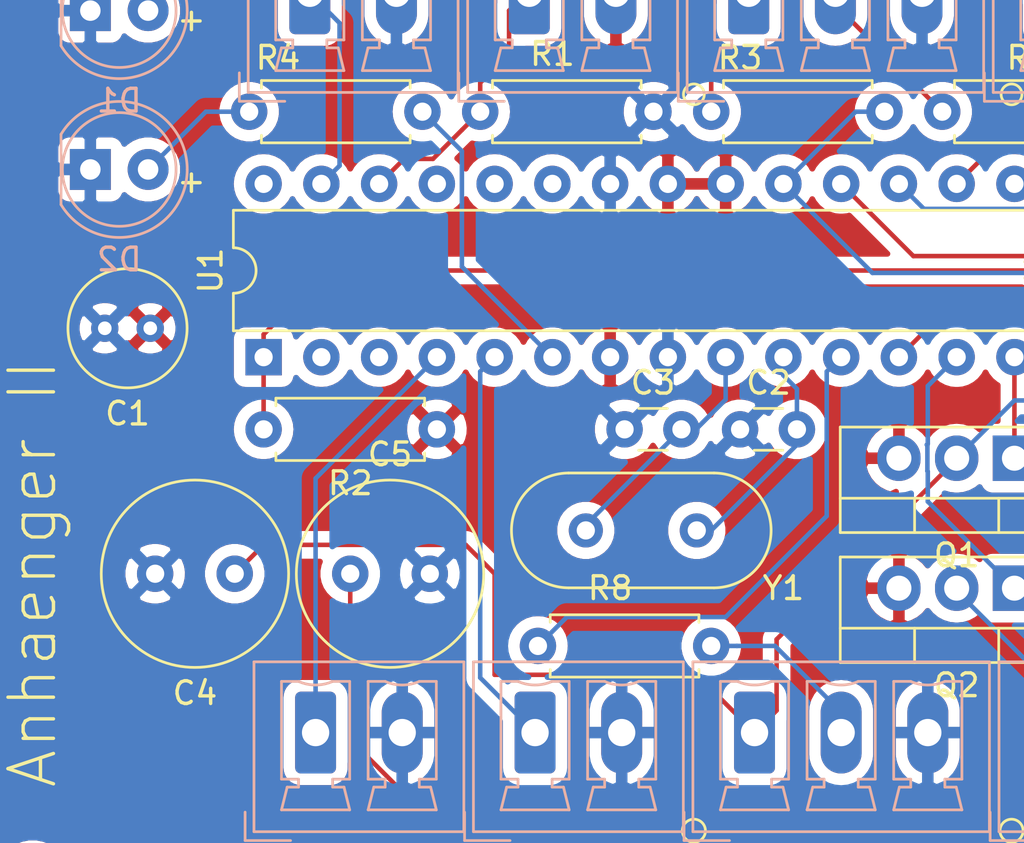
<source format=kicad_pcb>
(kicad_pcb (version 20171130) (host pcbnew "(5.1.4-0-10_14)")
  (title_block (title "Anhaenger II pcb"))
  (layers (0 F.Cu signal hide) (31 B.Cu signal hide) (34 B.Paste user hide) (35 F.Paste user hide) (36 B.SilkS user) (37 F.SilkS user) (38 B.Mask user hide) (39 F.Mask user) (44 Edge.Cuts user hide))
  (net 0 "")
  (net 1 "Net-(C2-Pad2)")
  (net 2 "Net-(C3-Pad2)")
  (net 3 "Net-(D1-Pad2)")
  (net 4 "Net-(D2-Pad2)")
  (net 5 "Net-(J1-Pad5)")
  (net 6 "Net-(J1-Pad4)")
  (net 7 "Net-(J1-Pad3)")
  (net 8 "Net-(J1-Pad1)")
  (net 9 "Net-(J2-Pad1)")
  (net 10 "Net-(J3-Pad1)")
  (net 11 "Net-(J4-Pad1)")
  (net 12 "Net-(J5-Pad1)")
  (net 13 "Net-(J6-Pad2)")
  (net 14 "Net-(J7-Pad2)")
  (net 15 "Net-(J8-Pad2)")
  (net 16 "Net-(Q1-Pad1)")
  (net 17 "Net-(R4-Pad2)")
  (net 18 "Net-(R6-Pad2)")
  (net 19 "Net-(R7-Pad2)")
  (net 20 "Net-(R8-Pad2)")
  (net 21 +5V)
  (net 22 Earth)
  (net 23 "Net-(J9-Pad2)")
  (net 24 "Net-(R9-Pad2)")
  (net 25 /Power)
  (net 26 "Net-(C4-Pad1)")
  (net 27 "Net-(C5-Pad1)")
  (net 28 "Net-(Q2-Pad1)")
  (module Capacitor_THT:C_Radial_D8.0mm_H11.5mm_P3.50mm (layer F.Cu) (at 123.444 133.477)
    (fp_text reference C5 (at 1.75 -5.25) (layer F.SilkS))
    (fp_text value 1000uF)
    (pad 2 thru_hole circle (at 3.5 0) (size 1.6 1.6) (drill 0.8) (layers *.Cu *.Mask) (net 22 Earth))
    (pad 1 thru_hole circle (at 0 0) (size 1.6 1.6) (drill 0.8) (layers *.Cu *.Mask) (net 27 "Net-(C5-Pad1)"))
  )
  (module Capacitor_THT:C_Radial_D8.0mm_H11.5mm_P3.50mm (layer F.Cu) (at 118.364 133.477 180)
    (fp_text reference C4 (at 1.75 -5.25) (layer F.SilkS))
    (fp_text value 1000uF)
    (pad 2 thru_hole circle (at 3.5 0 180) (size 1.6 1.6) (drill 0.8) (layers *.Cu *.Mask) (net 22 Earth))
    (pad 1 thru_hole circle (at 0 0 180) (size 1.6 1.6) (drill 0.8) (layers *.Cu *.Mask) (net 26 "Net-(C4-Pad1)"))
  )
  (module Connector_IDC:IDC-Header_2x03_P2.54mm_Vertical (layer F.Cu) (at 160.274 121.412 90)
    (fp_text reference J1 (at 1.27 -6.604 90) (layer F.SilkS))
    (fp_text value AVR-ISP-6)
    (pad 6 thru_hole oval (at 2.54 5.08 90) (size 1.7272 1.7272) (drill 1.016) (layers *.Cu *.Mask) (net 22 Earth))
    (pad 5 thru_hole oval (at 0 5.08 90) (size 1.7272 1.7272) (drill 1.016) (layers *.Cu *.Mask) (net 5 "Net-(J1-Pad5)"))
    (pad 4 thru_hole oval (at 2.54 2.54 90) (size 1.7272 1.7272) (drill 1.016) (layers *.Cu *.Mask) (net 6 "Net-(J1-Pad4)"))
    (pad 3 thru_hole oval (at 0 2.54 90) (size 1.7272 1.7272) (drill 1.016) (layers *.Cu *.Mask) (net 7 "Net-(J1-Pad3)"))
    (pad 2 thru_hole oval (at 2.54 0 90) (size 1.7272 1.7272) (drill 1.016) (layers *.Cu *.Mask) (net 21 +5V))
    (pad 1 thru_hole rect (at 0 0 90) (size 1.7272 1.7272) (drill 1.016) (layers *.Cu *.Mask) (net 8 "Net-(J1-Pad1)"))
  )
  (module Connector_Phoenix_MC:PhoenixContact_MCV_1,5_2-G-3.81_1x02_P3.81mm_Vertical (layer B.Cu) (at 131.572 140.462)
    (fp_text reference J5 hide)
    (fp_text value "Btn Right" (at 1.905 5.715) (layer F.SilkS))
    (pad 2 thru_hole oval (at 3.81 0) (size 1.8 3.6) (drill 1.2) (layers *.Cu *.Mask) (net 22 Earth))
    (pad 1 thru_hole roundrect (at 0 0) (size 1.8 3.6) (drill 1.2) (layers *.Cu *.Mask) (roundrect_rratio 0.138889) (net 12 "Net-(J5-Pad1)"))
  )
  (module Resistor_THT:R_Axial_DIN0207_L6.3mm_D2.5mm_P7.62mm_Horizontal (layer F.Cu) (at 164.719 132.207 180)
    (fp_text reference R5 (at 3.175 2.54) (layer F.SilkS))
    (fp_text value 10k)
    (pad 2 thru_hole oval (at 7.62 0 180) (size 1.6 1.6) (drill 0.8) (layers *.Cu *.Mask) (net 16 "Net-(Q1-Pad1)"))
    (pad 1 thru_hole circle (at 0 0 180) (size 1.6 1.6) (drill 0.8) (layers *.Cu *.Mask) (net 25 /Power))
  )
  (module Package_DIP:DIP-28_W7.62mm (layer F.Cu) (at 119.634 123.952 90)
    (fp_text reference U1 (at 3.81 -2.33 90) (layer F.SilkS))
    (fp_text value ATmega328P-PU)
    (pad 28 thru_hole oval (at 7.62 0 90) (size 1.6 1.6) (drill 0.8) (layers *.Cu *.Mask))
    (pad 14 thru_hole oval (at 0 33.02 90) (size 1.6 1.6) (drill 0.8) (layers *.Cu *.Mask) (net 16 "Net-(Q1-Pad1)"))
    (pad 27 thru_hole oval (at 7.62 2.54 90) (size 1.6 1.6) (drill 0.8) (layers *.Cu *.Mask) (net 10 "Net-(J3-Pad1)"))
    (pad 13 thru_hole oval (at 0 30.48 90) (size 1.6 1.6) (drill 0.8) (layers *.Cu *.Mask) (net 28 "Net-(Q2-Pad1)"))
    (pad 26 thru_hole oval (at 7.62 5.08 90) (size 1.6 1.6) (drill 0.8) (layers *.Cu *.Mask) (net 9 "Net-(J2-Pad1)"))
    (pad 12 thru_hole oval (at 0 27.94 90) (size 1.6 1.6) (drill 0.8) (layers *.Cu *.Mask) (net 24 "Net-(R9-Pad2)"))
    (pad 25 thru_hole oval (at 7.62 7.62 90) (size 1.6 1.6) (drill 0.8) (layers *.Cu *.Mask))
    (pad 11 thru_hole oval (at 0 25.4 90) (size 1.6 1.6) (drill 0.8) (layers *.Cu *.Mask) (net 20 "Net-(R8-Pad2)"))
    (pad 24 thru_hole oval (at 7.62 10.16 90) (size 1.6 1.6) (drill 0.8) (layers *.Cu *.Mask))
    (pad 10 thru_hole oval (at 0 22.86 90) (size 1.6 1.6) (drill 0.8) (layers *.Cu *.Mask) (net 1 "Net-(C2-Pad2)"))
    (pad 23 thru_hole oval (at 7.62 12.7 90) (size 1.6 1.6) (drill 0.8) (layers *.Cu *.Mask))
    (pad 9 thru_hole oval (at 0 20.32 90) (size 1.6 1.6) (drill 0.8) (layers *.Cu *.Mask) (net 2 "Net-(C3-Pad2)"))
    (pad 22 thru_hole oval (at 7.62 15.24 90) (size 1.6 1.6) (drill 0.8) (layers *.Cu *.Mask) (net 22 Earth))
    (pad 8 thru_hole oval (at 0 17.78 90) (size 1.6 1.6) (drill 0.8) (layers *.Cu *.Mask) (net 22 Earth))
    (pad 21 thru_hole oval (at 7.62 17.78 90) (size 1.6 1.6) (drill 0.8) (layers *.Cu *.Mask) (net 25 /Power))
    (pad 7 thru_hole oval (at 0 15.24 90) (size 1.6 1.6) (drill 0.8) (layers *.Cu *.Mask) (net 25 /Power))
    (pad 20 thru_hole oval (at 7.62 20.32 90) (size 1.6 1.6) (drill 0.8) (layers *.Cu *.Mask) (net 25 /Power))
    (pad 6 thru_hole oval (at 0 12.7 90) (size 1.6 1.6) (drill 0.8) (layers *.Cu *.Mask) (net 17 "Net-(R4-Pad2)"))
    (pad 19 thru_hole oval (at 7.62 22.86 90) (size 1.6 1.6) (drill 0.8) (layers *.Cu *.Mask) (net 7 "Net-(J1-Pad3)"))
    (pad 5 thru_hole oval (at 0 10.16 90) (size 1.6 1.6) (drill 0.8) (layers *.Cu *.Mask) (net 12 "Net-(J5-Pad1)"))
    (pad 18 thru_hole oval (at 7.62 25.4 90) (size 1.6 1.6) (drill 0.8) (layers *.Cu *.Mask) (net 8 "Net-(J1-Pad1)"))
    (pad 4 thru_hole oval (at 0 7.62 90) (size 1.6 1.6) (drill 0.8) (layers *.Cu *.Mask) (net 11 "Net-(J4-Pad1)"))
    (pad 17 thru_hole oval (at 7.62 27.94 90) (size 1.6 1.6) (drill 0.8) (layers *.Cu *.Mask) (net 6 "Net-(J1-Pad4)"))
    (pad 3 thru_hole oval (at 0 5.08 90) (size 1.6 1.6) (drill 0.8) (layers *.Cu *.Mask))
    (pad 16 thru_hole oval (at 7.62 30.48 90) (size 1.6 1.6) (drill 0.8) (layers *.Cu *.Mask) (net 18 "Net-(R6-Pad2)"))
    (pad 2 thru_hole oval (at 0 2.54 90) (size 1.6 1.6) (drill 0.8) (layers *.Cu *.Mask))
    (pad 15 thru_hole oval (at 7.62 33.02 90) (size 1.6 1.6) (drill 0.8) (layers *.Cu *.Mask) (net 19 "Net-(R7-Pad2)"))
    (pad 1 thru_hole rect (at 0 0 90) (size 1.6 1.6) (drill 0.8) (layers *.Cu *.Mask) (net 5 "Net-(J1-Pad5)"))
  )
  (module Connector_Phoenix_MC:PhoenixContact_MCV_1,5_3-G-3.81_1x03_P3.81mm_Vertical (layer B.Cu) (at 141.224 140.462)
    (fp_text reference J7 hide)
    (fp_text value "Strip Left" (at 2.54 5.715) (layer F.SilkS))
    (pad 3 thru_hole oval (at 7.62 0) (size 1.8 3.6) (drill 1.2) (layers *.Cu *.Mask) (net 22 Earth))
    (pad 2 thru_hole oval (at 3.81 0) (size 1.8 3.6) (drill 1.2) (layers *.Cu *.Mask) (net 14 "Net-(J7-Pad2)"))
    (pad 1 thru_hole roundrect (at 0 0) (size 1.8 3.6) (drill 1.2) (layers *.Cu *.Mask) (roundrect_rratio 0.138889) (net 26 "Net-(C4-Pad1)"))
  )
  (module Resistor_THT:R_Axial_DIN0207_L6.3mm_D2.5mm_P7.62mm_Horizontal (layer F.Cu) (at 164.719 135.382 180)
    (fp_text reference R10 (at 3.81 -2.37) (layer F.SilkS))
    (fp_text value 10k)
    (pad 2 thru_hole oval (at 7.62 0 180) (size 1.6 1.6) (drill 0.8) (layers *.Cu *.Mask) (net 28 "Net-(Q2-Pad1)"))
    (pad 1 thru_hole circle (at 0 0 180) (size 1.6 1.6) (drill 0.8) (layers *.Cu *.Mask) (net 25 /Power))
  )
  (module Resistor_THT:R_Axial_DIN0207_L6.3mm_D2.5mm_P7.62mm_Horizontal (layer F.Cu) (at 139.319 136.652 180)
    (fp_text reference R8 (at 4.445 2.54) (layer F.SilkS))
    (fp_text value 470)
    (pad 2 thru_hole oval (at 7.62 0 180) (size 1.6 1.6) (drill 0.8) (layers *.Cu *.Mask) (net 20 "Net-(R8-Pad2)"))
    (pad 1 thru_hole circle (at 0 0 180) (size 1.6 1.6) (drill 0.8) (layers *.Cu *.Mask) (net 14 "Net-(J7-Pad2)"))
  )
  (module Capacitor_THT:C_Radial_D5.0mm_H7.0mm_P2.00mm (layer F.Cu) (at 114.649 122.682 180)
    (fp_text reference C1 (at 1 -3.75) (layer F.SilkS))
    (fp_text value 10uF)
    (pad 2 thru_hole circle (at 2 0 180) (size 1.2 1.2) (drill 0.6) (layers *.Cu *.Mask) (net 22 Earth))
    (pad 1 thru_hole circle (at 0 0 180) (size 1.2 1.2) (drill 0.6) (layers *.Cu *.Mask) (net 25 /Power))
  )
  (module Package_TO_SOT_THT:TO-220-3_Vertical (layer F.Cu) (at 152.654 134.112 180)
    (fp_text reference Q2 (at 2.54 -4.27) (layer F.SilkS))
    (fp_text value Q_PMOS_GDS)
    (pad 3 thru_hole oval (at 5.08 0 180) (size 1.905 2) (drill 1.1) (layers *.Cu *.Mask) (net 25 /Power))
    (pad 2 thru_hole oval (at 2.54 0 180) (size 1.905 2) (drill 1.1) (layers *.Cu *.Mask) (net 27 "Net-(C5-Pad1)"))
    (pad 1 thru_hole rect (at 0 0 180) (size 1.905 2) (drill 1.1) (layers *.Cu *.Mask) (net 28 "Net-(Q2-Pad1)"))
  )
  (module Fuse:Fuse_Bourns_MF-RG300 (layer F.Cu) (at 168.529 129.667 270)
    (fp_text reference F1 (at 2.55 -1.9 90) (layer F.SilkS))
    (fp_text value Fuse)
    (pad 2 thru_hole circle (at 5.1 1.2 270) (size 2.01 2.01) (drill 1.01) (layers *.Cu *.Mask) (net 25 /Power))
    (pad 1 thru_hole circle (at 0 0 270) (size 2.01 2.01) (drill 1.01) (layers *.Cu *.Mask) (net 21 +5V))
  )
  (module Resistor_THT:R_Axial_DIN0207_L6.3mm_D2.5mm_P7.62mm_Horizontal (layer F.Cu) (at 159.639 113.157)
    (fp_text reference R7 (at 3.175 2.54) (layer F.SilkS))
    (fp_text value 470)
    (pad 2 thru_hole oval (at 7.62 0) (size 1.6 1.6) (drill 0.8) (layers *.Cu *.Mask) (net 19 "Net-(R7-Pad2)"))
    (pad 1 thru_hole circle (at 0 0) (size 1.6 1.6) (drill 0.8) (layers *.Cu *.Mask) (net 15 "Net-(J8-Pad2)"))
  )
  (module Resistor_THT:R_Axial_DIN0207_L6.3mm_D2.5mm_P7.62mm_Horizontal (layer F.Cu) (at 149.479 113.157)
    (fp_text reference R6 (at 3.81 -2.37) (layer F.SilkS))
    (fp_text value 470)
    (pad 2 thru_hole oval (at 7.62 0) (size 1.6 1.6) (drill 0.8) (layers *.Cu *.Mask) (net 18 "Net-(R6-Pad2)"))
    (pad 1 thru_hole circle (at 0 0) (size 1.6 1.6) (drill 0.8) (layers *.Cu *.Mask) (net 23 "Net-(J9-Pad2)"))
  )
  (module Resistor_THT:R_Axial_DIN0207_L6.3mm_D2.5mm_P7.62mm_Horizontal (layer F.Cu) (at 127.254 127.127 180)
    (fp_text reference R2 (at 3.81 -2.37) (layer F.SilkS))
    (fp_text value 10K)
    (pad 2 thru_hole oval (at 7.62 0 180) (size 1.6 1.6) (drill 0.8) (layers *.Cu *.Mask) (net 5 "Net-(J1-Pad5)"))
    (pad 1 thru_hole circle (at 0 0 180) (size 1.6 1.6) (drill 0.8) (layers *.Cu *.Mask) (net 25 /Power))
  )
  (module Resistor_THT:R_Axial_DIN0207_L6.3mm_D2.5mm_P7.62mm_Horizontal (layer F.Cu) (at 164.719 129.032 180)
    (fp_text reference R9 (at 1.27 -2.37) (layer F.SilkS))
    (fp_text value 470)
    (pad 2 thru_hole oval (at 7.62 0 180) (size 1.6 1.6) (drill 0.8) (layers *.Cu *.Mask) (net 24 "Net-(R9-Pad2)"))
    (pad 1 thru_hole circle (at 0 0 180) (size 1.6 1.6) (drill 0.8) (layers *.Cu *.Mask) (net 13 "Net-(J6-Pad2)"))
  )
  (module Resistor_THT:R_Axial_DIN0207_L6.3mm_D2.5mm_P7.62mm_Horizontal (layer F.Cu) (at 139.319 113.157)
    (fp_text reference R3 (at 1.27 -2.37) (layer F.SilkS))
    (fp_text value 330)
    (pad 2 thru_hole oval (at 7.62 0) (size 1.6 1.6) (drill 0.8) (layers *.Cu *.Mask) (net 7 "Net-(J1-Pad3)"))
    (pad 1 thru_hole circle (at 0 0) (size 1.6 1.6) (drill 0.8) (layers *.Cu *.Mask) (net 3 "Net-(D1-Pad2)"))
  )
  (module Resistor_THT:R_Axial_DIN0207_L6.3mm_D2.5mm_P7.62mm_Horizontal (layer F.Cu) (at 118.999 113.157)
    (fp_text reference R4 (at 1.27 -2.37) (layer F.SilkS))
    (fp_text value 330)
    (pad 2 thru_hole oval (at 7.62 0) (size 1.6 1.6) (drill 0.8) (layers *.Cu *.Mask) (net 17 "Net-(R4-Pad2)"))
    (pad 1 thru_hole circle (at 0 0) (size 1.6 1.6) (drill 0.8) (layers *.Cu *.Mask) (net 4 "Net-(D2-Pad2)"))
  )
  (module Resistor_THT:R_Axial_DIN0207_L6.3mm_D2.5mm_P7.62mm_Horizontal (layer F.Cu) (at 136.779 113.157 180)
    (fp_text reference R1 (at 4.445 2.54) (layer F.SilkS))
    (fp_text value 10k)
    (pad 2 thru_hole oval (at 7.62 0 180) (size 1.6 1.6) (drill 0.8) (layers *.Cu *.Mask) (net 9 "Net-(J2-Pad1)"))
    (pad 1 thru_hole circle (at 0 0 180) (size 1.6 1.6) (drill 0.8) (layers *.Cu *.Mask) (net 22 Earth))
  )
  (module MountingHole:MountingHole_2.2mm_M2_DIN965 (layer F.Cu) (at 109.474 102.997)
    (fp_text reference REF** hide)
    (fp_text value MountingHole_2.2mm_M2_DIN965)
    (pad "" np_thru_hole circle (at 0 0) (size 2.2 2.2) (drill 2.2) (layers *.Cu *.Mask))
  )
  (module MountingHole:MountingHole_2.2mm_M2_DIN965 (layer F.Cu) (at 109.474 146.812)
    (fp_text reference REF** hide)
    (fp_text value MountingHole_2.2mm_M2_DIN965)
    (pad "" np_thru_hole circle (at 0 0) (size 2.2 2.2) (drill 2.2) (layers *.Cu *.Mask))
  )
  (module MountingHole:MountingHole_2.2mm_M2_DIN965 (layer F.Cu) (at 170.434 146.812)
    (fp_text reference REF** hide)
    (fp_text value MountingHole_2.2mm_M2_DIN965)
    (pad "" np_thru_hole circle (at 0 0) (size 2.2 2.2) (drill 2.2) (layers *.Cu *.Mask))
  )
  (module MountingHole:MountingHole_2.2mm_M2_DIN965 (layer F.Cu) (at 170.434 102.997)
    (fp_text reference REF** hide)
    (fp_text value MountingHole_2.2mm_M2_DIN965)
    (pad 1 np_thru_hole circle (at 0 0) (size 2.2 2.2) (drill 2.2) (layers *.Cu *.Mask))
  )
  (module Crystal:Crystal_HC49-4H_Vertical (layer F.Cu) (at 138.684 131.572 180)
    (fp_text reference Y1 (at -3.81 -2.54) (layer F.SilkS))
    (fp_text value 16Mhz)
    (pad 2 thru_hole circle (at 4.88 0 180) (size 1.5 1.5) (drill 0.8) (layers *.Cu *.Mask) (net 2 "Net-(C3-Pad2)"))
    (pad 1 thru_hole circle (at 0 0 180) (size 1.5 1.5) (drill 0.8) (layers *.Cu *.Mask) (net 1 "Net-(C2-Pad2)"))
  )
  (module Package_TO_SOT_THT:TO-220-3_Vertical (layer F.Cu) (at 152.654 128.397 180)
    (fp_text reference Q1 (at 2.54 -4.27) (layer F.SilkS))
    (fp_text value Q_PMOS_GDS)
    (pad 3 thru_hole oval (at 5.08 0 180) (size 1.905 2) (drill 1.1) (layers *.Cu *.Mask) (net 25 /Power))
    (pad 2 thru_hole oval (at 2.54 0 180) (size 1.905 2) (drill 1.1) (layers *.Cu *.Mask) (net 26 "Net-(C4-Pad1)"))
    (pad 1 thru_hole rect (at 0 0 180) (size 1.905 2) (drill 1.1) (layers *.Cu *.Mask) (net 16 "Net-(Q1-Pad1)"))
  )
  (module Connector_Phoenix_MC:PhoenixContact_MCV_1,5_3-G-3.81_1x03_P3.81mm_Vertical (layer B.Cu) (at 140.97 107.95)
    (fp_text reference J9 hide)
    (fp_text value "Strip Unused" (at 3.81 -4.2) (layer F.SilkS))
    (pad 3 thru_hole oval (at 7.62 0) (size 1.8 3.6) (drill 1.2) (layers *.Cu *.Mask) (net 22 Earth))
    (pad 2 thru_hole oval (at 3.81 0) (size 1.8 3.6) (drill 1.2) (layers *.Cu *.Mask) (net 23 "Net-(J9-Pad2)"))
    (pad 1 thru_hole roundrect (at 0 0) (size 1.8 3.6) (drill 1.2) (layers *.Cu *.Mask) (roundrect_rratio 0.138889) (net 26 "Net-(C4-Pad1)"))
  )
  (module Connector_Phoenix_MC:PhoenixContact_MCV_1,5_3-G-3.81_1x03_P3.81mm_Vertical (layer B.Cu) (at 154.432 107.95)
    (fp_text reference J8 hide)
    (fp_text value "Strip Right" (at 3.81 -4.2) (layer F.SilkS))
    (pad 3 thru_hole oval (at 7.62 0) (size 1.8 3.6) (drill 1.2) (layers *.Cu *.Mask) (net 22 Earth))
    (pad 2 thru_hole oval (at 3.81 0) (size 1.8 3.6) (drill 1.2) (layers *.Cu *.Mask) (net 15 "Net-(J8-Pad2)"))
    (pad 1 thru_hole roundrect (at 0 0) (size 1.8 3.6) (drill 1.2) (layers *.Cu *.Mask) (roundrect_rratio 0.138889) (net 26 "Net-(C4-Pad1)"))
  )
  (module Connector_Phoenix_MC:PhoenixContact_MCV_1,5_3-G-3.81_1x03_P3.81mm_Vertical (layer B.Cu) (at 154.686 140.462)
    (fp_text reference J6 hide)
    (fp_text value "Strip Under" (at 3.81 5.715) (layer F.SilkS))
    (pad 3 thru_hole oval (at 7.62 0) (size 1.8 3.6) (drill 1.2) (layers *.Cu *.Mask) (net 22 Earth))
    (pad 2 thru_hole oval (at 3.81 0) (size 1.8 3.6) (drill 1.2) (layers *.Cu *.Mask) (net 13 "Net-(J6-Pad2)"))
    (pad 1 thru_hole roundrect (at 0 0) (size 1.8 3.6) (drill 1.2) (layers *.Cu *.Mask) (roundrect_rratio 0.138889) (net 27 "Net-(C5-Pad1)"))
  )
  (module Connector_Phoenix_MC:PhoenixContact_MCV_1,5_2-G-3.81_1x02_P3.81mm_Vertical (layer B.Cu) (at 121.92 140.462)
    (fp_text reference J4 hide)
    (fp_text value "Btn Left" (at 1.905 5.715) (layer F.SilkS))
    (pad 2 thru_hole oval (at 3.81 0) (size 1.8 3.6) (drill 1.2) (layers *.Cu *.Mask) (net 22 Earth))
    (pad 1 thru_hole roundrect (at 0 0) (size 1.8 3.6) (drill 1.2) (layers *.Cu *.Mask) (roundrect_rratio 0.138889) (net 11 "Net-(J4-Pad1)"))
  )
  (module Connector_Phoenix_MC:PhoenixContact_MCV_1,5_2-G-3.81_1x02_P3.81mm_Vertical (layer B.Cu) (at 121.666 107.95)
    (fp_text reference J3 hide)
    (fp_text value "Speed Sensor" (at 1.9 -4.2) (layer F.SilkS))
    (pad 2 thru_hole oval (at 3.81 0) (size 1.8 3.6) (drill 1.2) (layers *.Cu *.Mask) (net 22 Earth))
    (pad 1 thru_hole roundrect (at 0 0) (size 1.8 3.6) (drill 1.2) (layers *.Cu *.Mask) (roundrect_rratio 0.138889) (net 10 "Net-(J3-Pad1)"))
  )
  (module Connector_Phoenix_MC:PhoenixContact_MCV_1,5_2-G-3.81_1x02_P3.81mm_Vertical (layer B.Cu) (at 131.318 107.95)
    (fp_text reference J2 hide)
    (fp_text value "Light Diode" (at 1.9 -4.2) (layer F.SilkS))
    (pad 2 thru_hole oval (at 3.81 0) (size 1.8 3.6) (drill 1.2) (layers *.Cu *.Mask) (net 25 /Power))
    (pad 1 thru_hole roundrect (at 0 0) (size 1.8 3.6) (drill 1.2) (layers *.Cu *.Mask) (roundrect_rratio 0.138889) (net 9 "Net-(J2-Pad1)"))
  )
  (module LED_THT:LED_D5.0mm (layer B.Cu) (at 112.014 115.697)
    (fp_text reference D2 (at 1.27 3.96) (layer B.SilkS) (effects (justify mirror)))
    (fp_text value LED)
    (pad 2 thru_hole circle (at 2.54 0) (size 1.8 1.8) (drill 0.9) (layers *.Cu *.Mask) (net 4 "Net-(D2-Pad2)"))
    (pad 1 thru_hole rect (at 0 0) (size 1.8 1.8) (drill 0.9) (layers *.Cu *.Mask) (net 22 Earth))
  )
  (module LED_THT:LED_D5.0mm (layer B.Cu) (at 112.014 108.712)
    (fp_text reference D1 (at 1.27 3.96) (layer B.SilkS) (effects (justify mirror)))
    (fp_text value LED)
    (pad 2 thru_hole circle (at 2.54 0) (size 1.8 1.8) (drill 0.9) (layers *.Cu *.Mask) (net 3 "Net-(D1-Pad2)"))
    (pad 1 thru_hole rect (at 0 0) (size 1.8 1.8) (drill 0.9) (layers *.Cu *.Mask) (net 22 Earth))
  )
  (module Capacitor_THT:C_Disc_D3.0mm_W1.6mm_P2.50mm (layer F.Cu) (at 135.509 127.127)
    (fp_text reference C3 (at 1.25 -2.05) (layer F.SilkS))
    (fp_text value 18pF)
    (pad 2 thru_hole circle (at 2.5 0) (size 1.6 1.6) (drill 0.8) (layers *.Cu *.Mask) (net 2 "Net-(C3-Pad2)"))
    (pad 1 thru_hole circle (at 0 0) (size 1.6 1.6) (drill 0.8) (layers *.Cu *.Mask) (net 22 Earth))
  )
  (module Capacitor_THT:C_Disc_D3.0mm_W1.6mm_P2.50mm (layer F.Cu) (at 140.589 127.127)
    (fp_text reference C2 (at 1.25 -2.05) (layer F.SilkS))
    (fp_text value 18pF)
    (pad 2 thru_hole circle (at 2.5 0) (size 1.6 1.6) (drill 0.8) (layers *.Cu *.Mask) (net 1 "Net-(C2-Pad2)"))
    (pad 1 thru_hole circle (at 0 0) (size 1.6 1.6) (drill 0.8) (layers *.Cu *.Mask) (net 22 Earth))
  )
  (gr_line (start 172.974 149.352) (end 106.934 149.352) (layer Edge.Cuts) (width 0.03))
  (gr_line (start 172.974 100.457) (end 172.974 149.352) (layer Edge.Cuts) (width 0.03))
  (gr_line (start 106.934 100.457) (end 172.974 100.457) (layer Edge.Cuts) (width 0.03))
  (gr_text + (at 116.459 116.205) (layer F.SilkS) (effects (font (size 1 1))))
  (gr_text + (at 116.459 109.093) (layer F.SilkS) (effects (font (size 1 1))))
  (gr_circle (center 138.557 112.395) (end 138.303 112.776) (layer F.SilkS) (width 0.12))
  (gr_circle (center 152.527 112.395) (end 152.273 112.776) (layer F.SilkS) (width 0.12))
  (gr_circle (center 138.557 144.78) (end 138.557 145.288) (layer F.SilkS) (width 0.12))
  (gr_circle (center 152.527 144.78) (end 152.527 145.288) (layer F.SilkS) (width 0.12))
  (gr_line (start 106.934 100.457) (end 106.934 149.352) (layer Edge.Cuts) (width 0.03))
  (gr_text "Anhaenger II" (at 109.474 133.477 90) (layer F.SilkS) (effects (font (size 2 2))))
  (segment (start 142.494 124.751999) (end 142.494 123.952) (width 0.2) (layer B.Cu) (net 1))
  (segment (start 143.089 125.346999) (end 142.494 124.751999) (width 0.2) (layer B.Cu) (net 1))
  (segment (start 139.319 131.572) (end 143.089 127.802) (width 0.2) (layer B.Cu) (net 1))
  (segment (start 143.089 127.802) (end 143.089 125.346999) (width 0.2) (layer B.Cu) (net 1))
  (segment (start 139.119 131.572) (end 139.319 131.572) (width 0.2) (layer B.Cu) (net 1))
  (segment (start 139.954 123.952) (end 139.954 125.817) (width 0.2) (layer B.Cu) (net 2))
  (segment (start 139.954 125.817) (end 138.644 127.127) (width 0.2) (layer B.Cu) (net 2))
  (segment (start 139.279 126.492) (end 138.644 127.127) (width 0.2) (layer B.Cu) (net 2))
  (segment (start 138.009 127.127) (end 138.644 127.127) (width 0.2) (layer B.Cu) (net 2))
  (segment (start 133.804 131.332) (end 138.009 127.127) (width 0.2) (layer B.Cu) (net 2))
  (segment (start 133.804 131.572) (end 133.804 131.332) (width 0.2) (layer B.Cu) (net 2))
  (segment (start 134.239 131.572) (end 133.804 131.572) (width 0.2) (layer B.Cu) (net 2))
  (segment (start 139.319 109.318465) (end 139.319 113.157) (width 0.2) (layer F.Cu) (net 3))
  (segment (start 135.537535 105.537) (end 139.319 109.318465) (width 0.2) (layer F.Cu) (net 3))
  (segment (start 117.729 105.537) (end 135.537535 105.537) (width 0.2) (layer F.Cu) (net 3))
  (segment (start 114.554 108.712) (end 117.729 105.537) (width 0.2) (layer F.Cu) (net 3))
  (segment (start 114.554 115.697) (end 117.094 113.157) (width 0.2) (layer B.Cu) (net 4))
  (segment (start 117.094 113.157) (end 118.999 113.157) (width 0.2) (layer B.Cu) (net 4))
  (segment (start 119.634 123.952) (end 119.634 124.587) (width 0.2) (layer F.Cu) (net 5))
  (segment (start 119.634 123.952) (end 119.634 127.127) (width 0.2) (layer F.Cu) (net 5))
  (segment (start 122.444 120.142) (end 119.634 122.952) (width 0.2) (layer F.Cu) (net 5))
  (segment (start 156.464 123.317) (end 153.289 120.142) (width 0.2) (layer F.Cu) (net 5))
  (segment (start 163.449 123.317) (end 156.464 123.317) (width 0.2) (layer F.Cu) (net 5))
  (segment (start 119.634 122.952) (end 119.634 123.952) (width 0.2) (layer F.Cu) (net 5))
  (segment (start 153.289 120.142) (end 122.444 120.142) (width 0.2) (layer F.Cu) (net 5))
  (segment (start 165.354 121.412) (end 163.449 123.317) (width 0.2) (layer F.Cu) (net 5))
  (segment (start 148.373999 117.131999) (end 147.574 116.332) (width 0.2) (layer B.Cu) (net 6))
  (segment (start 148.674001 117.432001) (end 148.373999 117.131999) (width 0.2) (layer B.Cu) (net 6))
  (segment (start 161.374001 117.432001) (end 148.674001 117.432001) (width 0.2) (layer B.Cu) (net 6))
  (segment (start 162.814 118.872) (end 161.374001 117.432001) (width 0.2) (layer B.Cu) (net 6))
  (segment (start 145.669 113.157) (end 146.939 113.157) (width 0.2) (layer B.Cu) (net 7))
  (segment (start 142.494 116.332) (end 145.669 113.157) (width 0.2) (layer B.Cu) (net 7))
  (segment (start 143.293999 117.131999) (end 142.494 116.332) (width 0.2) (layer B.Cu) (net 7))
  (segment (start 160.909 123.317) (end 156.464 123.317) (width 0.2) (layer B.Cu) (net 7))
  (segment (start 153.395399 120.248399) (end 146.410399 120.248399) (width 0.2) (layer B.Cu) (net 7))
  (segment (start 156.464 123.317) (end 153.395399 120.248399) (width 0.2) (layer B.Cu) (net 7))
  (segment (start 146.410399 120.248399) (end 143.293999 117.131999) (width 0.2) (layer B.Cu) (net 7))
  (segment (start 162.814 121.412) (end 160.909 123.317) (width 0.2) (layer B.Cu) (net 7))
  (segment (start 148.209 119.507) (end 145.034 116.332) (width 0.2) (layer F.Cu) (net 8))
  (segment (start 158.369 119.507) (end 148.209 119.507) (width 0.2) (layer F.Cu) (net 8))
  (segment (start 160.274 121.412) (end 158.369 119.507) (width 0.2) (layer F.Cu) (net 8))
  (segment (start 130.429 108.712) (end 131.064 108.077) (width 0.2) (layer F.Cu) (net 9))
  (segment (start 130.429 110.617) (end 130.429 108.712) (width 0.2) (layer F.Cu) (net 9))
  (segment (start 129.159 111.887) (end 130.429 110.617) (width 0.2) (layer F.Cu) (net 9))
  (segment (start 129.159 113.792) (end 129.159 111.887) (width 0.2) (layer F.Cu) (net 9))
  (segment (start 128.359001 113.956999) (end 129.159 113.157) (width 0.2) (layer F.Cu) (net 9))
  (segment (start 127.084001 115.231999) (end 128.359001 113.956999) (width 0.2) (layer F.Cu) (net 9))
  (segment (start 125.814001 115.231999) (end 127.084001 115.231999) (width 0.2) (layer F.Cu) (net 9))
  (segment (start 124.714 116.332) (end 125.814001 115.231999) (width 0.2) (layer F.Cu) (net 9))
  (segment (start 122.63671 108.92071) (end 121.666 107.95) (width 0.2) (layer B.Cu) (net 10))
  (segment (start 122.973999 109.257999) (end 122.63671 108.92071) (width 0.2) (layer B.Cu) (net 10))
  (segment (start 122.973999 115.532001) (end 122.973999 109.257999) (width 0.2) (layer B.Cu) (net 10))
  (segment (start 122.174 116.332) (end 122.973999 115.532001) (width 0.2) (layer B.Cu) (net 10))
  (segment (start 121.92 140.462) (end 121.92 129.286) (width 0.2) (layer B.Cu) (net 11))
  (segment (start 121.92 129.286) (end 127.254 123.952) (width 0.2) (layer B.Cu) (net 11))
  (segment (start 131.572 140.462) (end 132.334 139.7) (width 0.2) (layer F.Cu) (net 12))
  (segment (start 129.159 124.587) (end 129.794 123.952) (width 0.2) (layer B.Cu) (net 12))
  (segment (start 129.159 138.049) (end 129.159 124.587) (width 0.2) (layer B.Cu) (net 12))
  (segment (start 131.572 140.462) (end 129.159 138.049) (width 0.2) (layer B.Cu) (net 12))
  (segment (start 159.004 139.562) (end 159.004 140.462) (width 0.2) (layer B.Cu) (net 13))
  (segment (start 157.734 140.462) (end 158.496 140.462) (width 0.2) (layer B.Cu) (net 13))
  (segment (start 157.734 140.462) (end 158.496 140.462) (width 0.2) (layer F.Cu) (net 13))
  (segment (start 158.496 140.462) (end 158.496 139.562) (width 0.2) (layer B.Cu) (net 13))
  (segment (start 162.179 134.747) (end 162.179 130.937) (width 0.2) (layer F.Cu) (net 13))
  (segment (start 164.084 129.032) (end 164.719 129.032) (width 0.2) (layer F.Cu) (net 13))
  (segment (start 158.496 138.43) (end 162.179 134.747) (width 0.2) (layer F.Cu) (net 13))
  (segment (start 162.179 130.937) (end 164.084 129.032) (width 0.2) (layer F.Cu) (net 13))
  (segment (start 158.496 140.462) (end 158.496 138.43) (width 0.2) (layer F.Cu) (net 13))
  (segment (start 145.034 140.462) (end 145.034 139.562) (width 0.2) (layer F.Cu) (net 14))
  (segment (start 142.124 136.652) (end 140.45037 136.652) (width 0.2) (layer B.Cu) (net 14))
  (segment (start 140.45037 136.652) (end 139.319 136.652) (width 0.2) (layer B.Cu) (net 14))
  (segment (start 145.034 139.562) (end 142.124 136.652) (width 0.2) (layer B.Cu) (net 14))
  (segment (start 145.034 140.462) (end 145.034 139.562) (width 0.2) (layer B.Cu) (net 14))
  (segment (start 159.342 107.95) (end 158.242 107.95) (width 0.2) (layer F.Cu) (net 15))
  (segment (start 159.639 108.247) (end 159.342 107.95) (width 0.2) (layer F.Cu) (net 15))
  (segment (start 159.639 113.157) (end 159.639 108.247) (width 0.2) (layer F.Cu) (net 15))
  (segment (start 152.654 128.397) (end 152.654 123.952) (width 0.2) (layer F.Cu) (net 16))
  (segment (start 153.289 128.397) (end 152.654 128.397) (width 0.2) (layer F.Cu) (net 16))
  (segment (start 157.099 132.207) (end 153.289 128.397) (width 0.2) (layer F.Cu) (net 16))
  (segment (start 126.619 113.364698) (end 126.619 113.157) (width 0.2) (layer B.Cu) (net 17))
  (segment (start 131.534001 123.152001) (end 132.334 123.952) (width 0.2) (layer B.Cu) (net 17))
  (segment (start 126.619 113.157) (end 128.354001 114.892001) (width 0.2) (layer B.Cu) (net 17))
  (segment (start 128.354001 119.972001) (end 131.534001 123.152001) (width 0.2) (layer B.Cu) (net 17))
  (segment (start 128.354001 114.892001) (end 128.354001 119.972001) (width 0.2) (layer B.Cu) (net 17))
  (segment (start 153.289 113.157) (end 157.099 113.157) (width 0.2) (layer F.Cu) (net 18))
  (segment (start 150.114 116.332) (end 153.289 113.157) (width 0.2) (layer F.Cu) (net 18))
  (segment (start 152.654 116.332) (end 153.453999 115.532001) (width 0.2) (layer F.Cu) (net 19))
  (segment (start 163.752629 115.532001) (end 162.343999 115.532001) (width 0.2) (layer F.Cu) (net 19))
  (segment (start 166.12763 113.157) (end 163.752629 115.532001) (width 0.2) (layer F.Cu) (net 19))
  (segment (start 167.259 113.157) (end 166.12763 113.157) (width 0.2) (layer F.Cu) (net 19))
  (segment (start 162.343999 115.532001) (end 163.613999 115.532001) (width 0.2) (layer F.Cu) (net 19))
  (segment (start 153.453999 115.532001) (end 162.343999 115.532001) (width 0.2) (layer F.Cu) (net 19))
  (segment (start 132.969 135.382) (end 131.699 136.652) (width 0.2) (layer B.Cu) (net 20))
  (segment (start 139.954 135.382) (end 132.969 135.382) (width 0.2) (layer B.Cu) (net 20))
  (segment (start 144.399 130.937) (end 139.954 135.382) (width 0.2) (layer B.Cu) (net 20))
  (segment (start 144.399 124.587) (end 144.399 130.937) (width 0.2) (layer B.Cu) (net 20))
  (segment (start 145.034 123.952) (end 144.399 124.587) (width 0.2) (layer B.Cu) (net 20))
  (segment (start 162.179 116.967) (end 160.274 118.872) (width 0.2) (layer F.Cu) (net 21))
  (segment (start 165.17113 116.967) (end 162.179 116.967) (width 0.2) (layer F.Cu) (net 21))
  (segment (start 168.529 120.32487) (end 165.17113 116.967) (width 0.2) (layer F.Cu) (net 21))
  (segment (start 168.529 129.667) (end 168.529 120.32487) (width 0.2) (layer F.Cu) (net 21))
  (segment (start 144.78 108.458) (end 144.78 107.95) (width 0.2) (layer F.Cu) (net 23))
  (segment (start 149.479 113.157) (end 144.78 108.458) (width 0.2) (layer F.Cu) (net 23))
  (segment (start 157.099 127.127) (end 157.099 129.032) (width 0.2) (layer F.Cu) (net 24))
  (segment (start 153.289 122.047) (end 157.099 125.857) (width 0.2) (layer F.Cu) (net 24))
  (segment (start 149.479 122.047) (end 153.289 122.047) (width 0.2) (layer F.Cu) (net 24))
  (segment (start 157.099 125.857) (end 157.099 127.127) (width 0.2) (layer F.Cu) (net 24))
  (segment (start 147.574 123.952) (end 149.479 122.047) (width 0.2) (layer F.Cu) (net 24))
  (segment (start 143.07001 105.84999) (end 141.94071 106.97929) (width 0.2) (layer F.Cu) (net 26))
  (segment (start 141.94071 106.97929) (end 140.97 107.95) (width 0.2) (layer F.Cu) (net 26))
  (segment (start 151.33199 105.84999) (end 143.07001 105.84999) (width 0.2) (layer F.Cu) (net 26))
  (segment (start 153.432 107.95) (end 151.33199 105.84999) (width 0.2) (layer F.Cu) (net 26))
  (segment (start 154.432 107.95) (end 153.432 107.95) (width 0.2) (layer F.Cu) (net 26))
  (segment (start 138.684 137.922) (end 140.25329 139.49129) (width 0.2) (layer F.Cu) (net 26))
  (segment (start 129.794 137.922) (end 138.684 137.922) (width 0.2) (layer F.Cu) (net 26))
  (segment (start 119.634 132.207) (end 128.524 132.207) (width 0.2) (layer F.Cu) (net 26))
  (segment (start 129.794 133.477) (end 129.794 137.922) (width 0.2) (layer F.Cu) (net 26))
  (segment (start 140.25329 139.49129) (end 141.224 140.462) (width 0.2) (layer F.Cu) (net 26))
  (segment (start 128.524 132.207) (end 129.794 133.477) (width 0.2) (layer F.Cu) (net 26))
  (segment (start 118.364 133.477) (end 119.634 132.207) (width 0.2) (layer F.Cu) (net 26))
  (segment (start 150.114 128.4445) (end 150.114 128.397) (width 0.2) (layer F.Cu) (net 26))
  (segment (start 142.19471 136.36379) (end 150.114 128.4445) (width 0.2) (layer F.Cu) (net 26))
  (segment (start 142.19471 139.49129) (end 142.19471 136.36379) (width 0.2) (layer F.Cu) (net 26))
  (segment (start 141.224 140.462) (end 142.19471 139.49129) (width 0.2) (layer F.Cu) (net 26))
  (segment (start 152.654 125.857) (end 150.114 128.397) (width 0.2) (layer B.Cu) (net 26))
  (segment (start 167.259 123.317) (end 164.719 125.857) (width 0.2) (layer B.Cu) (net 26))
  (segment (start 164.719 125.857) (end 152.654 125.857) (width 0.2) (layer B.Cu) (net 26))
  (segment (start 167.259 116.967) (end 167.259 123.317) (width 0.2) (layer B.Cu) (net 26))
  (segment (start 158.369 111.252) (end 161.544 111.252) (width 0.2) (layer B.Cu) (net 26))
  (segment (start 161.544 111.252) (end 167.259 116.967) (width 0.2) (layer B.Cu) (net 26))
  (segment (start 155.067 107.95) (end 158.369 111.252) (width 0.2) (layer B.Cu) (net 26))
  (segment (start 154.432 107.95) (end 155.067 107.95) (width 0.2) (layer B.Cu) (net 26))
  (segment (start 152.58599 142.56201) (end 152.45899 142.56201) (width 0.2) (layer F.Cu) (net 27))
  (segment (start 154.686 140.462) (end 152.58599 142.56201) (width 0.2) (layer F.Cu) (net 27))
  (segment (start 152.58599 142.56201) (end 152.146 143.002) (width 0.2) (layer F.Cu) (net 27))
  (segment (start 123.444 140.77307) (end 125.67293 143.002) (width 0.2) (layer F.Cu) (net 27))
  (segment (start 123.444 135.0645) (end 123.444 134.747) (width 0.2) (layer F.Cu) (net 27))
  (segment (start 123.444 134.747) (end 123.444 140.77307) (width 0.2) (layer F.Cu) (net 27))
  (segment (start 131.064 143.002) (end 130.429 143.002) (width 0.2) (layer F.Cu) (net 27))
  (segment (start 125.78707 143.002) (end 131.064 143.002) (width 0.2) (layer F.Cu) (net 27))
  (segment (start 125.67293 143.002) (end 125.78707 143.002) (width 0.2) (layer F.Cu) (net 27))
  (segment (start 152.146 143.002) (end 131.064 143.002) (width 0.2) (layer F.Cu) (net 27))
  (segment (start 123.444 134.747) (end 123.444 133.477) (width 0.2) (layer F.Cu) (net 27))
  (segment (start 150.114 134.239) (end 150.114 134.1595) (width 0.2) (layer B.Cu) (net 27))
  (segment (start 154.686 138.811) (end 150.114 134.239) (width 0.2) (layer B.Cu) (net 27))
  (segment (start 150.114 134.1595) (end 150.114 134.112) (width 0.2) (layer B.Cu) (net 27))
  (segment (start 154.686 140.462) (end 154.686 138.811) (width 0.2) (layer B.Cu) (net 27))
  (segment (start 150.749 123.952) (end 150.114 123.952) (width 0.2) (layer F.Cu) (net 28))
  (segment (start 148.844 125.222) (end 150.114 123.952) (width 0.2) (layer B.Cu) (net 28))
  (segment (start 148.800908 127.805092) (end 148.844 127.762) (width 0.2) (layer B.Cu) (net 28))
  (segment (start 148.82651 127.830694) (end 148.800908 127.805092) (width 0.2) (layer B.Cu) (net 28))
  (segment (start 148.82651 128.963306) (end 148.82651 127.830694) (width 0.2) (layer B.Cu) (net 28))
  (segment (start 148.844 130.302) (end 148.844 128.980796) (width 0.2) (layer B.Cu) (net 28))
  (segment (start 152.654 133.477) (end 152.654 133.4295) (width 0.2) (layer B.Cu) (net 28))
  (segment (start 148.844 128.980796) (end 148.82651 128.963306) (width 0.2) (layer B.Cu) (net 28))
  (segment (start 148.844 127.762) (end 148.844 125.222) (width 0.2) (layer B.Cu) (net 28))
  (segment (start 152.654 134.1595) (end 152.654 134.112) (width 0.2) (layer F.Cu) (net 28))
  (segment (start 148.844 130.302) (end 152.654 134.112) (width 0.2) (layer B.Cu) (net 28))
  (segment (start 152.654 134.1595) (end 152.654 134.112) (width 0.2) (layer B.Cu) (net 28))
  (segment (start 153.8765 135.382) (end 152.654 134.1595) (width 0.2) (layer B.Cu) (net 28))
  (segment (start 157.099 135.382) (end 153.8765 135.382) (width 0.2) (layer B.Cu) (net 28))
  (zone (net 22) (net_name Earth) (layer B.Cu) (connect_pads (clearance 0.508)) (min_thickness 0.254) (fill yes (arc_segments 32) (thermal_gap 0.508) (thermal_bridge_width 0.508))
    (polygon (pts (xy 172.974 100.457) (xy 106.934 100.457) (xy 106.934 149.352) (xy 172.974 149.352)))
  )
  (zone (net 25) (net_name /Power) (layer F.Cu) (connect_pads (clearance 0.508)) (min_thickness 0.254) (fill yes (arc_segments 32) (thermal_gap 0.508) (thermal_bridge_width 0.508))
    (polygon (pts (xy 172.974 149.352) (xy 106.934 149.352) (xy 106.934 100.457) (xy 172.974 100.457)))
  )
)
</source>
